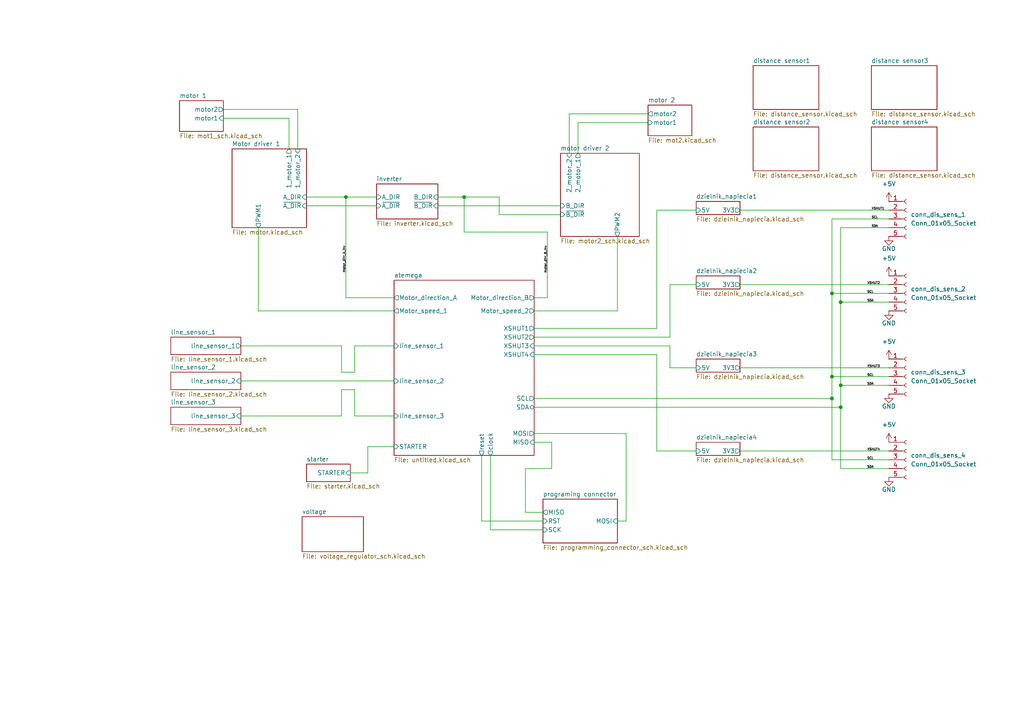
<source format=kicad_sch>
(kicad_sch (version 20250114) (generator "eeschema") (generator_version "9.0")
  (paper "A4")
  (lib_symbols
    (symbol "Connector:Conn_01x05_Socket" (pin_names (offset 1.016) (hide yes))
      (property "Reference" "J" (at 0 7.62 0))
      (property "Value" "Conn_01x05_Socket" (at 0 -7.62 0))
      (symbol "Conn_01x05_Socket_1_1"
        (polyline (pts (xy -1.27 5.08) (xy -0.508 5.08)) (stroke (width 0.1524)))
        (polyline (pts (xy -1.27 2.54) (xy -0.508 2.54)) (stroke (width 0.1524)))
        (polyline (pts (xy -1.27 0) (xy -0.508 0)) (stroke (width 0.1524)))
        (polyline (pts (xy -1.27 -2.54) (xy -0.508 -2.54)) (stroke (width 0.1524)))
        (polyline (pts (xy -1.27 -5.08) (xy -0.508 -5.08)) (stroke (width 0.1524)))
        (arc (start 0 4.572) (mid -0.5058 5.08) (end 0 5.588) (stroke (width 0.1524)))
        (arc (start 0 2.032) (mid -0.5058 2.54) (end 0 3.048) (stroke (width 0.1524)))
        (arc (start 0 -0.508) (mid -0.5058 0) (end 0 0.508) (stroke (width 0.1524)))
        (arc (start 0 -3.048) (mid -0.5058 -2.54) (end 0 -2.032) (stroke (width 0.1524)))
        (arc (start 0 -5.588) (mid -0.5058 -5.08) (end 0 -4.572) (stroke (width 0.1524)))
        (pin passive line (at -5.08 5.08 0) (length 3.81) (name "Pin_1") (number "1"))
        (pin passive line (at -5.08 2.54 0) (length 3.81) (name "Pin_2") (number "2"))
        (pin passive line (at -5.08 0 0) (length 3.81) (name "Pin_3") (number "3"))
        (pin passive line (at -5.08 -2.54 0) (length 3.81) (name "Pin_4") (number "4"))
        (pin passive line (at -5.08 -5.08 0) (length 3.81) (name "Pin_5") (number "5"))
      )
    )
    (symbol "power:+5V" (power) (pin_numbers (hide yes)) (pin_names (offset 0) (hide yes))
      (property "Value" "+5V" (at 0 3.556 0))
      (symbol "+5V_0_1"
        (polyline (pts (xy -0.762 1.27) (xy 0 2.54)))
        (polyline (pts (xy 0 2.54) (xy 0.762 1.27)))
        (polyline (pts (xy 0 0) (xy 0 2.54)))
      )
      (symbol "+5V_1_1"
        (pin power_in line (at 0 0 90) (length 0) (name "~") (number "1"))
      )
    )
    (symbol "power:GND" (power) (pin_numbers (hide yes)) (pin_names (offset 0) (hide yes))
      (property "Value" "GND" (at 0 -3.81 0))
      (symbol "GND_0_1"
        (polyline (pts (xy 0 0) (xy 0 -1.27) (xy 1.27 -1.27) (xy 0 -2.54) (xy -1.27 -1.27) (xy 0 -1.27)))
      )
      (symbol "GND_1_1"
        (pin power_in line (at 0 0 270) (length 0) (name "~") (number "1"))
      )
    )
  )
  (junction (at 100.33 57.15))
  (junction (at 241.3 109.22))
  (junction (at 134.62 57.15))
  (junction (at 243.84 87.63))
  (junction (at 241.3 85.09))
  (junction (at 243.84 111.76))
  (junction (at 243.84 118.11))
  (junction (at 241.3 115.57))
  (wire (pts (xy 243.84 87.63) (xy 243.84 111.76)))
  (wire (pts (xy 214.63 82.55) (xy 257.81 82.55)))
  (wire (pts (xy 154.94 118.11) (xy 243.84 118.11)))
  (wire (pts (xy 74.93 90.17) (xy 114.3 90.17)))
  (wire (pts (xy 158.75 67.31) (xy 134.62 67.31)))
  (wire (pts (xy 100.33 86.36) (xy 100.33 57.15)))
  (wire (pts (xy 88.9 57.15) (xy 100.33 57.15)))
  (wire (pts (xy 154.94 115.57) (xy 241.3 115.57)))
  (wire (pts (xy 134.62 67.31) (xy 134.62 57.15)))
  (wire (pts (xy 214.63 106.68) (xy 257.81 106.68)))
  (wire (pts (xy 114.3 120.65) (xy 102.87 120.65)))
  (wire (pts (xy 142.24 153.67) (xy 157.48 153.67)))
  (wire (pts (xy 160.02 135.89) (xy 152.4 135.89)))
  (wire (pts (xy 241.3 85.09) (xy 241.3 63.5)))
  (wire (pts (xy 241.3 63.5) (xy 257.81 63.5)))
  (wire (pts (xy 194.31 82.55) (xy 201.93 82.55)))
  (wire (pts (xy 257.81 66.04) (xy 243.84 66.04)))
  (wire (pts (xy 167.64 35.56) (xy 187.96 35.56)))
  (wire (pts (xy 194.31 106.68) (xy 201.93 106.68)))
  (wire (pts (xy 181.61 125.73) (xy 181.61 151.13)))
  (wire (pts (xy 179.07 68.58) (xy 179.07 90.17)))
  (wire (pts (xy 190.5 95.25) (xy 154.94 95.25)))
  (wire (pts (xy 243.84 66.04) (xy 243.84 87.63)))
  (wire (pts (xy 154.94 125.73) (xy 181.61 125.73)))
  (wire (pts (xy 190.5 60.96) (xy 190.5 95.25)))
  (wire (pts (xy 86.36 43.18) (xy 86.36 31.75)))
  (wire (pts (xy 99.06 100.33) (xy 99.06 107.95)))
  (wire (pts (xy 190.5 60.96) (xy 201.93 60.96)))
  (wire (pts (xy 190.5 102.87) (xy 190.5 130.81)))
  (wire (pts (xy 257.81 135.89) (xy 243.84 135.89)))
  (wire (pts (xy 139.7 151.13) (xy 157.48 151.13)))
  (wire (pts (xy 167.64 35.56) (xy 167.64 44.45)))
  (wire (pts (xy 190.5 130.81) (xy 201.93 130.81)))
  (wire (pts (xy 241.3 115.57) (xy 241.3 133.35)))
  (wire (pts (xy 154.94 102.87) (xy 190.5 102.87)))
  (wire (pts (xy 257.81 87.63) (xy 243.84 87.63)))
  (wire (pts (xy 154.94 86.36) (xy 158.75 86.36)))
  (wire (pts (xy 74.93 66.04) (xy 74.93 90.17)))
  (wire (pts (xy 214.63 130.81) (xy 257.81 130.81)))
  (wire (pts (xy 179.07 90.17) (xy 154.94 90.17)))
  (wire (pts (xy 160.02 128.27) (xy 160.02 135.89)))
  (wire (pts (xy 102.87 120.65) (xy 102.87 113.03)))
  (wire (pts (xy 214.63 60.96) (xy 257.81 60.96)))
  (wire (pts (xy 194.31 100.33) (xy 154.94 100.33)))
  (wire (pts (xy 106.68 137.16) (xy 101.6 137.16)))
  (wire (pts (xy 100.33 57.15) (xy 109.22 57.15)))
  (wire (pts (xy 127 57.15) (xy 134.62 57.15)))
  (wire (pts (xy 64.77 34.29) (xy 83.82 34.29)))
  (wire (pts (xy 144.78 62.23) (xy 162.56 62.23)))
  (wire (pts (xy 86.36 31.75) (xy 64.77 31.75)))
  (wire (pts (xy 179.07 151.13) (xy 181.61 151.13)))
  (wire (pts (xy 102.87 113.03) (xy 99.06 113.03)))
  (wire (pts (xy 88.9 59.69) (xy 109.22 59.69)))
  (wire (pts (xy 69.85 120.65) (xy 99.06 120.65)))
  (wire (pts (xy 257.81 109.22) (xy 241.3 109.22)))
  (wire (pts (xy 152.4 148.59) (xy 157.48 148.59)))
  (wire (pts (xy 106.68 129.54) (xy 106.68 137.16)))
  (wire (pts (xy 142.24 132.08) (xy 142.24 153.67)))
  (wire (pts (xy 114.3 86.36) (xy 100.33 86.36)))
  (wire (pts (xy 154.94 97.79) (xy 194.31 97.79)))
  (wire (pts (xy 152.4 135.89) (xy 152.4 148.59)))
  (wire (pts (xy 257.81 133.35) (xy 241.3 133.35)))
  (wire (pts (xy 165.1 33.02) (xy 187.96 33.02)))
  (wire (pts (xy 243.84 111.76) (xy 243.84 118.11)))
  (wire (pts (xy 134.62 57.15) (xy 144.78 57.15)))
  (wire (pts (xy 243.84 118.11) (xy 243.84 135.89)))
  (wire (pts (xy 83.82 34.29) (xy 83.82 43.18)))
  (wire (pts (xy 69.85 100.33) (xy 99.06 100.33)))
  (wire (pts (xy 102.87 100.33) (xy 102.87 107.95)))
  (wire (pts (xy 114.3 100.33) (xy 102.87 100.33)))
  (wire (pts (xy 257.81 85.09) (xy 241.3 85.09)))
  (wire (pts (xy 99.06 120.65) (xy 99.06 113.03)))
  (wire (pts (xy 154.94 128.27) (xy 160.02 128.27)))
  (wire (pts (xy 102.87 107.95) (xy 99.06 107.95)))
  (wire (pts (xy 241.3 85.09) (xy 241.3 109.22)))
  (wire (pts (xy 257.81 111.76) (xy 243.84 111.76)))
  (wire (pts (xy 158.75 86.36) (xy 158.75 67.31)))
  (wire (pts (xy 194.31 97.79) (xy 194.31 82.55)))
  (wire (pts (xy 127 59.69) (xy 162.56 59.69)))
  (wire (pts (xy 194.31 106.68) (xy 194.31 100.33)))
  (wire (pts (xy 144.78 62.23) (xy 144.78 57.15)))
  (wire (pts (xy 165.1 33.02) (xy 165.1 44.45)))
  (wire (pts (xy 139.7 132.08) (xy 139.7 151.13)))
  (wire (pts (xy 69.85 110.49) (xy 114.3 110.49)))
  (wire (pts (xy 114.3 129.54) (xy 106.68 129.54)))
  (wire (pts (xy 241.3 109.22) (xy 241.3 115.57)))
  (label "XSHUT1" (at 252.73 60.96 0) (effects (font (size 0.635 0.635))))
  (label "SCL" (at 251.46 133.35 0) (effects (font (size 0.635 0.635))))
  (label "SDA" (at 251.46 111.76 0) (effects (font (size 0.635 0.635))))
  (label "SCL" (at 251.46 85.09 0) (effects (font (size 0.635 0.635))))
  (label "SDA" (at 252.73 66.04 0) (effects (font (size 0.635 0.635))))
  (label "XSHUT3" (at 251.46 106.68 0) (effects (font (size 0.635 0.635))))
  (label "XSHUT4" (at 251.46 130.81 0) (effects (font (size 0.635 0.635))))
  (label "motor_dirr_B_inv" (at 158.75 71.12 270) (effects (font (size 0.635 0.635))))
  (label "SDA" (at 251.46 87.63 0) (effects (font (size 0.635 0.635))))
  (label "motor_dirr_A_inv" (at 100.33 71.12 270) (effects (font (size 0.635 0.635))))
  (label "XSHUT2" (at 251.46 82.55 0) (effects (font (size 0.635 0.635))))
  (label "SCL" (at 251.46 109.22 0) (effects (font (size 0.635 0.635))))
  (label "SDA" (at 251.46 135.89 0) (effects (font (size 0.635 0.635))))
  (label "SCL" (at 252.73 63.5 0) (effects (font (size 0.635 0.635))))
  (symbol (lib_id "Connector:Conn_01x05_Socket") (at 262.89 63.5 0) (unit 1)
    (property "Reference" "conn_dis_sens_1" (at 264.16 62.2299 0) (effects (justify left)))
    (property "Value" "Conn_01x05_Socket" (at 264.16 64.7699 0) (effects (justify left)))
    (property "Footprint" "Connector_PinSocket_2.54mm:PinSocket_1x05_P2.54mm_Vertical" (effects (hide yes)))
    (property "Description" "Generic connector, single row, 01x05, script generated" (effects (hide yes)))
  )
  (symbol (lib_id "power:GND") (at 257.81 90.17 0) (unit 1)
    (property "Reference" "#PWR04" (effects (hide yes)))
    (property "Value" "GND" (at 257.81 93.726 0))
    (property "Description" "Power symbol creates a global label with name \"GND\" , ground" (effects (hide yes)))
  )
  (symbol (lib_id "Connector:Conn_01x05_Socket") (at 262.89 133.35 0) (unit 1)
    (property "Reference" "conn_dis_sens_4" (at 264.16 132.0799 0) (effects (justify left)))
    (property "Value" "Conn_01x05_Socket" (at 264.16 134.6199 0) (effects (justify left)))
    (property "Footprint" "Connector_PinSocket_2.54mm:PinSocket_1x05_P2.54mm_Vertical" (effects (hide yes)))
    (property "Description" "Generic connector, single row, 01x05, script generated" (effects (hide yes)))
  )
  (symbol (lib_id "power:GND") (at 257.81 68.58 0) (unit 1)
    (property "Reference" "#PWR02" (effects (hide yes)))
    (property "Value" "GND" (at 257.81 72.136 0))
    (property "Description" "Power symbol creates a global label with name \"GND\" , ground" (effects (hide yes)))
  )
  (symbol (lib_id "power:+5V") (at 257.81 80.01 0) (unit 1)
    (property "Reference" "#PWR03" (effects (hide yes)))
    (property "Value" "+5V" (at 257.81 74.93 0))
    (property "Description" "Power symbol creates a global label with name \"+5V\"" (effects (hide yes)))
  )
  (symbol (lib_id "Connector:Conn_01x05_Socket") (at 262.89 85.09 0) (unit 1)
    (property "Reference" "conn_dis_sens_2" (at 264.16 83.8199 0) (effects (justify left)))
    (property "Value" "Conn_01x05_Socket" (at 264.16 86.3599 0) (effects (justify left)))
    (property "Footprint" "Connector_PinSocket_2.54mm:PinSocket_1x05_P2.54mm_Vertical" (effects (hide yes)))
    (property "Description" "Generic connector, single row, 01x05, script generated" (effects (hide yes)))
  )
  (symbol (lib_id "power:+5V") (at 257.81 58.42 0) (unit 1)
    (property "Reference" "#PWR01" (effects (hide yes)))
    (property "Value" "+5V" (at 257.81 53.34 0))
    (property "Description" "Power symbol creates a global label with name \"+5V\"" (effects (hide yes)))
  )
  (symbol (lib_id "power:+5V") (at 257.81 128.27 0) (unit 1)
    (property "Reference" "#PWR07" (effects (hide yes)))
    (property "Value" "+5V" (at 257.81 123.19 0))
    (property "Description" "Power symbol creates a global label with name \"+5V\"" (effects (hide yes)))
  )
  (symbol (lib_id "Connector:Conn_01x05_Socket") (at 262.89 109.22 0) (unit 1)
    (property "Reference" "conn_dis_sens_3" (at 264.16 107.9499 0) (effects (justify left)))
    (property "Value" "Conn_01x05_Socket" (at 264.16 110.4899 0) (effects (justify left)))
    (property "Footprint" "Connector_PinSocket_2.54mm:PinSocket_1x05_P2.54mm_Vertical" (effects (hide yes)))
    (property "Description" "Generic connector, single row, 01x05, script generated" (effects (hide yes)))
  )
  (symbol (lib_id "power:+5V") (at 257.81 104.14 0) (unit 1)
    (property "Reference" "#PWR05" (effects (hide yes)))
    (property "Value" "+5V" (at 257.81 99.06 0))
    (property "Description" "Power symbol creates a global label with name \"+5V\"" (effects (hide yes)))
  )
  (symbol (lib_id "power:GND") (at 257.81 138.43 0) (unit 1)
    (property "Reference" "#PWR08" (effects (hide yes)))
    (property "Value" "GND" (at 257.81 141.986 0))
    (property "Description" "Power symbol creates a global label with name \"GND\" , ground" (effects (hide yes)))
  )
  (symbol (lib_id "power:GND") (at 257.81 114.3 0) (unit 1)
    (property "Reference" "#PWR06" (effects (hide yes)))
    (property "Value" "GND" (at 257.81 117.856 0))
    (property "Description" "Power symbol creates a global label with name \"GND\" , ground" (effects (hide yes)))
  )
  (sheet (at 49.53 97.79) (size 20.32 5.08) (stroke (width 0.1524))
    (property "Sheetname" "line_sensor_1" (at 49.53 97.0784 0) (effects (justify left bottom)))
    (property "Sheetfile" "line_sensor_1.kicad_sch" (at 49.53 103.4546 0) (effects (justify left top)))
    (pin "line_sensor_1" output (at 69.85 100.33 0))
  )
  (sheet (at 67.31 43.18) (size 21.59 22.86) (stroke (width 0.1524))
    (property "Sheetname" "Motor driver 1" (at 67.31 42.4684 0) (effects (justify left bottom)))
    (property "Sheetfile" "motor.kicad_sch" (at 67.31 66.6246 0) (effects (justify left top)))
    (pin "PWM1" output (at 74.93 66.04 270))
    (pin "1_motor_2" input (at 86.36 43.18 90))
    (pin "1_motor_1" output (at 83.82 43.18 90))
    (pin "~{A_DIR}" input (at 88.9 59.69 0))
    (pin "A_DIR" input (at 88.9 57.15 0))
  )
  (sheet (at 201.93 58.42) (size 12.7 3.81) (stroke (width 0.1524))
    (property "Sheetname" "dzielnik_napiecia1" (at 201.93 57.7084 0) (effects (justify left bottom)))
    (property "Sheetfile" "dzielnik_napiecia.kicad_sch" (at 201.93 62.8146 0) (effects (justify left top)))
    (pin "5V" input (at 201.93 60.96 180))
    (pin "3V3" output (at 214.63 60.96 0))
  )
  (sheet (at 88.9 134.62) (size 12.7 5.08) (stroke (width 0.1524))
    (property "Sheetname" "starter" (at 88.9 133.9084 0) (effects (justify left bottom)))
    (property "Sheetfile" "starter.kicad_sch" (at 88.9 140.2846 0) (effects (justify left top)))
    (pin "STARTER" input (at 101.6 137.16 0))
  )
  (sheet (at 87.63 149.86) (size 17.78 10.16) (stroke (width 0.1524))
    (property "Sheetname" "voltage" (at 87.63 149.1484 0) (effects (justify left bottom)))
    (property "Sheetfile" "voltage_regulator_sch.kicad_sch" (at 87.63 160.6046 0) (effects (justify left top)))
  )
  (sheet (at 157.48 144.78) (size 21.59 12.7) (stroke (width 0.1524))
    (property "Sheetname" "programing connector" (at 157.48 144.0684 0) (effects (justify left bottom)))
    (property "Sheetfile" "programming_connector_sch.kicad_sch" (at 157.48 158.0646 0) (effects (justify left top)))
    (pin "SCK" input (at 157.48 153.67 180))
    (pin "RST" input (at 157.48 151.13 180))
    (pin "MOSI" input (at 179.07 151.13 0))
    (pin "MISO" output (at 157.48 148.59 180))
  )
  (sheet (at 201.93 80.01) (size 12.7 3.81) (stroke (width 0.1524))
    (property "Sheetname" "dzielnik_napiecia2" (at 201.93 79.2984 0) (effects (justify left bottom)))
    (property "Sheetfile" "dzielnik_napiecia.kicad_sch" (at 201.93 84.4046 0) (effects (justify left top)))
    (pin "5V" input (at 201.93 82.55 180))
    (pin "3V3" output (at 214.63 82.55 0))
  )
  (sheet (at 252.73 19.05) (size 19.05 12.7) (stroke (width 0.1524))
    (property "Sheetname" "distance sensor3" (at 252.73 18.3384 0) (effects (justify left bottom)))
    (property "Sheetfile" "distance_sensor.kicad_sch" (at 252.73 32.3346 0) (effects (justify left top)))
  )
  (sheet (at 201.93 128.27) (size 12.7 3.81) (stroke (width 0.1524))
    (property "Sheetname" "dzielnik_napiecia4" (at 201.93 127.5584 0) (effects (justify left bottom)))
    (property "Sheetfile" "dzielnik_napiecia.kicad_sch" (at 201.93 132.6646 0) (effects (justify left top)))
    (pin "5V" input (at 201.93 130.81 180))
    (pin "3V3" output (at 214.63 130.81 0))
  )
  (sheet (at 187.96 30.48) (size 12.7 8.89) (stroke (width 0.1524))
    (property "Sheetname" "motor 2" (at 187.96 29.7684 0) (effects (justify left bottom)))
    (property "Sheetfile" "mot2.kicad_sch" (at 187.96 39.9546 0) (effects (justify left top)))
    (pin "motor1" input (at 187.96 35.56 180))
    (pin "motor2" output (at 187.96 33.02 180))
  )
  (sheet (at 109.22 53.34) (size 17.78 10.16) (stroke (width 0.1524))
    (property "Sheetname" "inverter" (at 109.22 52.6284 0) (effects (justify left bottom)))
    (property "Sheetfile" "inverter.kicad_sch" (at 109.22 64.0846 0) (effects (justify left top)))
    (pin "A_DIR" input (at 109.22 57.15 180))
    (pin "B_DIR" input (at 127 57.15 0))
    (pin "~{B_DIR}" input (at 127 59.69 0))
    (pin "~{A_DIR}" input (at 109.22 59.69 180))
  )
  (sheet (at 52.07 29.21) (size 12.7 8.89) (stroke (width 0.1524))
    (property "Sheetname" "motor 1" (at 52.07 28.4984 0) (effects (justify left bottom)))
    (property "Sheetfile" "mot1_sch.kicad_sch" (at 52.07 38.6846 0) (effects (justify left top)))
    (pin "motor2" output (at 64.77 31.75 0))
    (pin "motor1" input (at 64.77 34.29 0))
  )
  (sheet (at 49.53 118.11) (size 20.32 5.08) (stroke (width 0.1524))
    (property "Sheetname" "line_sensor_3" (at 49.53 117.3984 0) (effects (justify left bottom)))
    (property "Sheetfile" "line_sensor_3.kicad_sch" (at 49.53 123.7746 0) (effects (justify left top)))
    (pin "line_sensor_3" input (at 69.85 120.65 0))
  )
  (sheet (at 252.73 36.83) (size 19.05 12.7) (stroke (width 0.1524))
    (property "Sheetname" "distance sensor4" (at 252.73 36.1184 0) (effects (justify left bottom)))
    (property "Sheetfile" "distance_sensor.kicad_sch" (at 252.73 50.1146 0) (effects (justify left top)))
  )
  (sheet (at 201.93 104.14) (size 12.7 3.81) (stroke (width 0.1524))
    (property "Sheetname" "dzielnik_napiecia3" (at 201.93 103.4284 0) (effects (justify left bottom)))
    (property "Sheetfile" "dzielnik_napiecia.kicad_sch" (at 201.93 108.5346 0) (effects (justify left top)))
    (pin "5V" input (at 201.93 106.68 180))
    (pin "3V3" output (at 214.63 106.68 0))
  )
  (sheet (at 114.3 81.28) (size 40.64 50.8) (stroke (width 0.1524))
    (property "Sheetname" "atemega" (at 114.3 80.5684 0) (effects (justify left bottom)))
    (property "Sheetfile" "untitled.kicad_sch" (at 114.3 132.6646 0) (effects (justify left top)))
    (pin "line_sensor_2" input (at 114.3 110.49 180))
    (pin "line_sensor_1" input (at 114.3 100.33 180))
    (pin "Motor_speed_1" output (at 114.3 90.17 180))
    (pin "Motor_speed_2" output (at 154.94 90.17 0))
    (pin "clock" output (at 142.24 132.08 270))
    (pin "reset" output (at 139.7 132.08 270))
    (pin "MOSI" output (at 154.94 125.73 0))
    (pin "MISO" input (at 154.94 128.27 0))
    (pin "XSHUT1" output (at 154.94 95.25 0))
    (pin "XSHUT2" output (at 154.94 97.79 0))
    (pin "line_sensor_3" input (at 114.3 120.65 180))
    (pin "XSHUT3" input (at 154.94 100.33 0))
    (pin "XSHUT4" input (at 154.94 102.87 0))
    (pin "Motor_direction_B" output (at 154.94 86.36 0))
    (pin "Motor_direction_A" output (at 114.3 86.36 180))
    (pin "STARTER" input (at 114.3 129.54 180))
    (pin "SDA" bidirectional (at 154.94 118.11 0))
    (pin "SCL" output (at 154.94 115.57 0))
  )
  (sheet (at 218.44 19.05) (size 19.05 12.7) (stroke (width 0.1524))
    (property "Sheetname" "distance sensor1" (at 218.44 18.3384 0) (effects (justify left bottom)))
    (property "Sheetfile" "distance_sensor.kicad_sch" (at 218.44 32.3346 0) (effects (justify left top)))
  )
  (sheet (at 162.56 44.45) (size 22.86 24.13) (stroke (width 0.1524))
    (property "Sheetname" "motor driver 2" (at 162.56 43.7384 0) (effects (justify left bottom)))
    (property "Sheetfile" "motor2_sch.kicad_sch" (at 162.56 69.1646 0) (effects (justify left top)))
    (pin "PWM2" output (at 179.07 68.58 270))
    (pin "2_motor_2" input (at 165.1 44.45 90))
    (pin "2_motor_1" output (at 167.64 44.45 90))
    (pin "B_DIR" input (at 162.56 59.69 180))
    (pin "~{B_DIR}" input (at 162.56 62.23 180))
  )
  (sheet (at 49.53 107.95) (size 20.32 5.08) (stroke (width 0.1524))
    (property "Sheetname" "line_sensor_2" (at 49.53 107.2384 0) (effects (justify left bottom)))
    (property "Sheetfile" "line_sensor_2.kicad_sch" (at 49.53 113.6146 0) (effects (justify left top)))
    (pin "line_sensor_2" input (at 69.85 110.49 0))
  )
  (sheet (at 218.44 36.83) (size 19.05 12.7) (stroke (width 0.1524))
    (property "Sheetname" "distance sensor2" (at 218.44 36.1184 0) (effects (justify left bottom)))
    (property "Sheetfile" "distance_sensor.kicad_sch" (at 218.44 50.1146 0) (effects (justify left top)))
  )
)
</source>
